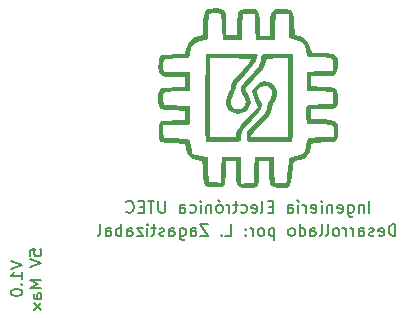
<source format=gbr>
%TF.GenerationSoftware,KiCad,Pcbnew,(6.0.1)*%
%TF.CreationDate,2023-03-02T19:10:53-05:00*%
%TF.ProjectId,PCBFiles_Gateway,50434246-696c-4657-935f-476174657761,rev?*%
%TF.SameCoordinates,Original*%
%TF.FileFunction,Legend,Bot*%
%TF.FilePolarity,Positive*%
%FSLAX46Y46*%
G04 Gerber Fmt 4.6, Leading zero omitted, Abs format (unit mm)*
G04 Created by KiCad (PCBNEW (6.0.1)) date 2023-03-02 19:10:53*
%MOMM*%
%LPD*%
G01*
G04 APERTURE LIST*
%ADD10C,0.150000*%
G04 APERTURE END LIST*
D10*
X128607380Y-107016190D02*
X129607380Y-107349523D01*
X128607380Y-107682857D01*
X129607380Y-108539999D02*
X129607380Y-107968571D01*
X129607380Y-108254285D02*
X128607380Y-108254285D01*
X128750238Y-108159047D01*
X128845476Y-108063809D01*
X128893095Y-107968571D01*
X129512142Y-108968571D02*
X129559761Y-109016190D01*
X129607380Y-108968571D01*
X129559761Y-108920952D01*
X129512142Y-108968571D01*
X129607380Y-108968571D01*
X128607380Y-109635238D02*
X128607380Y-109730476D01*
X128655000Y-109825714D01*
X128702619Y-109873333D01*
X128797857Y-109920952D01*
X128988333Y-109968571D01*
X129226428Y-109968571D01*
X129416904Y-109920952D01*
X129512142Y-109873333D01*
X129559761Y-109825714D01*
X129607380Y-109730476D01*
X129607380Y-109635238D01*
X129559761Y-109539999D01*
X129512142Y-109492380D01*
X129416904Y-109444761D01*
X129226428Y-109397142D01*
X128988333Y-109397142D01*
X128797857Y-109444761D01*
X128702619Y-109492380D01*
X128655000Y-109539999D01*
X128607380Y-109635238D01*
X130217380Y-106540000D02*
X130217380Y-106063809D01*
X130693571Y-106016190D01*
X130645952Y-106063809D01*
X130598333Y-106159047D01*
X130598333Y-106397142D01*
X130645952Y-106492380D01*
X130693571Y-106540000D01*
X130788809Y-106587619D01*
X131026904Y-106587619D01*
X131122142Y-106540000D01*
X131169761Y-106492380D01*
X131217380Y-106397142D01*
X131217380Y-106159047D01*
X131169761Y-106063809D01*
X131122142Y-106016190D01*
X130217380Y-106873333D02*
X131217380Y-107206666D01*
X130217380Y-107540000D01*
X131217380Y-108635238D02*
X130217380Y-108635238D01*
X130931666Y-108968571D01*
X130217380Y-109301904D01*
X131217380Y-109301904D01*
X131217380Y-110206666D02*
X130693571Y-110206666D01*
X130598333Y-110159047D01*
X130550714Y-110063809D01*
X130550714Y-109873333D01*
X130598333Y-109778095D01*
X131169761Y-110206666D02*
X131217380Y-110111428D01*
X131217380Y-109873333D01*
X131169761Y-109778095D01*
X131074523Y-109730476D01*
X130979285Y-109730476D01*
X130884047Y-109778095D01*
X130836428Y-109873333D01*
X130836428Y-110111428D01*
X130788809Y-110206666D01*
X131217380Y-110587619D02*
X130550714Y-111111428D01*
X130550714Y-110587619D02*
X131217380Y-111111428D01*
X161183809Y-104882380D02*
X161183809Y-103882380D01*
X160945714Y-103882380D01*
X160802857Y-103930000D01*
X160707619Y-104025238D01*
X160660000Y-104120476D01*
X160612380Y-104310952D01*
X160612380Y-104453809D01*
X160660000Y-104644285D01*
X160707619Y-104739523D01*
X160802857Y-104834761D01*
X160945714Y-104882380D01*
X161183809Y-104882380D01*
X159802857Y-104834761D02*
X159898095Y-104882380D01*
X160088571Y-104882380D01*
X160183809Y-104834761D01*
X160231428Y-104739523D01*
X160231428Y-104358571D01*
X160183809Y-104263333D01*
X160088571Y-104215714D01*
X159898095Y-104215714D01*
X159802857Y-104263333D01*
X159755238Y-104358571D01*
X159755238Y-104453809D01*
X160231428Y-104549047D01*
X159374285Y-104834761D02*
X159279047Y-104882380D01*
X159088571Y-104882380D01*
X158993333Y-104834761D01*
X158945714Y-104739523D01*
X158945714Y-104691904D01*
X158993333Y-104596666D01*
X159088571Y-104549047D01*
X159231428Y-104549047D01*
X159326666Y-104501428D01*
X159374285Y-104406190D01*
X159374285Y-104358571D01*
X159326666Y-104263333D01*
X159231428Y-104215714D01*
X159088571Y-104215714D01*
X158993333Y-104263333D01*
X158088571Y-104882380D02*
X158088571Y-104358571D01*
X158136190Y-104263333D01*
X158231428Y-104215714D01*
X158421904Y-104215714D01*
X158517142Y-104263333D01*
X158088571Y-104834761D02*
X158183809Y-104882380D01*
X158421904Y-104882380D01*
X158517142Y-104834761D01*
X158564761Y-104739523D01*
X158564761Y-104644285D01*
X158517142Y-104549047D01*
X158421904Y-104501428D01*
X158183809Y-104501428D01*
X158088571Y-104453809D01*
X157612380Y-104882380D02*
X157612380Y-104215714D01*
X157612380Y-104406190D02*
X157564761Y-104310952D01*
X157517142Y-104263333D01*
X157421904Y-104215714D01*
X157326666Y-104215714D01*
X156993333Y-104882380D02*
X156993333Y-104215714D01*
X156993333Y-104406190D02*
X156945714Y-104310952D01*
X156898095Y-104263333D01*
X156802857Y-104215714D01*
X156707619Y-104215714D01*
X156231428Y-104882380D02*
X156326666Y-104834761D01*
X156374285Y-104787142D01*
X156421904Y-104691904D01*
X156421904Y-104406190D01*
X156374285Y-104310952D01*
X156326666Y-104263333D01*
X156231428Y-104215714D01*
X156088571Y-104215714D01*
X155993333Y-104263333D01*
X155945714Y-104310952D01*
X155898095Y-104406190D01*
X155898095Y-104691904D01*
X155945714Y-104787142D01*
X155993333Y-104834761D01*
X156088571Y-104882380D01*
X156231428Y-104882380D01*
X155326666Y-104882380D02*
X155421904Y-104834761D01*
X155469523Y-104739523D01*
X155469523Y-103882380D01*
X154802857Y-104882380D02*
X154898095Y-104834761D01*
X154945714Y-104739523D01*
X154945714Y-103882380D01*
X153993333Y-104882380D02*
X153993333Y-104358571D01*
X154040952Y-104263333D01*
X154136190Y-104215714D01*
X154326666Y-104215714D01*
X154421904Y-104263333D01*
X153993333Y-104834761D02*
X154088571Y-104882380D01*
X154326666Y-104882380D01*
X154421904Y-104834761D01*
X154469523Y-104739523D01*
X154469523Y-104644285D01*
X154421904Y-104549047D01*
X154326666Y-104501428D01*
X154088571Y-104501428D01*
X153993333Y-104453809D01*
X153088571Y-104882380D02*
X153088571Y-103882380D01*
X153088571Y-104834761D02*
X153183809Y-104882380D01*
X153374285Y-104882380D01*
X153469523Y-104834761D01*
X153517142Y-104787142D01*
X153564761Y-104691904D01*
X153564761Y-104406190D01*
X153517142Y-104310952D01*
X153469523Y-104263333D01*
X153374285Y-104215714D01*
X153183809Y-104215714D01*
X153088571Y-104263333D01*
X152469523Y-104882380D02*
X152564761Y-104834761D01*
X152612380Y-104787142D01*
X152660000Y-104691904D01*
X152660000Y-104406190D01*
X152612380Y-104310952D01*
X152564761Y-104263333D01*
X152469523Y-104215714D01*
X152326666Y-104215714D01*
X152231428Y-104263333D01*
X152183809Y-104310952D01*
X152136190Y-104406190D01*
X152136190Y-104691904D01*
X152183809Y-104787142D01*
X152231428Y-104834761D01*
X152326666Y-104882380D01*
X152469523Y-104882380D01*
X150945714Y-104215714D02*
X150945714Y-105215714D01*
X150945714Y-104263333D02*
X150850476Y-104215714D01*
X150660000Y-104215714D01*
X150564761Y-104263333D01*
X150517142Y-104310952D01*
X150469523Y-104406190D01*
X150469523Y-104691904D01*
X150517142Y-104787142D01*
X150564761Y-104834761D01*
X150660000Y-104882380D01*
X150850476Y-104882380D01*
X150945714Y-104834761D01*
X149898095Y-104882380D02*
X149993333Y-104834761D01*
X150040952Y-104787142D01*
X150088571Y-104691904D01*
X150088571Y-104406190D01*
X150040952Y-104310952D01*
X149993333Y-104263333D01*
X149898095Y-104215714D01*
X149755238Y-104215714D01*
X149660000Y-104263333D01*
X149612380Y-104310952D01*
X149564761Y-104406190D01*
X149564761Y-104691904D01*
X149612380Y-104787142D01*
X149660000Y-104834761D01*
X149755238Y-104882380D01*
X149898095Y-104882380D01*
X149136190Y-104882380D02*
X149136190Y-104215714D01*
X149136190Y-104406190D02*
X149088571Y-104310952D01*
X149040952Y-104263333D01*
X148945714Y-104215714D01*
X148850476Y-104215714D01*
X148517142Y-104787142D02*
X148469523Y-104834761D01*
X148517142Y-104882380D01*
X148564761Y-104834761D01*
X148517142Y-104787142D01*
X148517142Y-104882380D01*
X148517142Y-104263333D02*
X148469523Y-104310952D01*
X148517142Y-104358571D01*
X148564761Y-104310952D01*
X148517142Y-104263333D01*
X148517142Y-104358571D01*
X146802857Y-104882380D02*
X147279047Y-104882380D01*
X147279047Y-103882380D01*
X146469523Y-104787142D02*
X146421904Y-104834761D01*
X146469523Y-104882380D01*
X146517142Y-104834761D01*
X146469523Y-104787142D01*
X146469523Y-104882380D01*
X145326666Y-103882380D02*
X144660000Y-103882380D01*
X145326666Y-104882380D01*
X144660000Y-104882380D01*
X143850476Y-104882380D02*
X143850476Y-104358571D01*
X143898095Y-104263333D01*
X143993333Y-104215714D01*
X144183809Y-104215714D01*
X144279047Y-104263333D01*
X143850476Y-104834761D02*
X143945714Y-104882380D01*
X144183809Y-104882380D01*
X144279047Y-104834761D01*
X144326666Y-104739523D01*
X144326666Y-104644285D01*
X144279047Y-104549047D01*
X144183809Y-104501428D01*
X143945714Y-104501428D01*
X143850476Y-104453809D01*
X142945714Y-104215714D02*
X142945714Y-105025238D01*
X142993333Y-105120476D01*
X143040952Y-105168095D01*
X143136190Y-105215714D01*
X143279047Y-105215714D01*
X143374285Y-105168095D01*
X142945714Y-104834761D02*
X143040952Y-104882380D01*
X143231428Y-104882380D01*
X143326666Y-104834761D01*
X143374285Y-104787142D01*
X143421904Y-104691904D01*
X143421904Y-104406190D01*
X143374285Y-104310952D01*
X143326666Y-104263333D01*
X143231428Y-104215714D01*
X143040952Y-104215714D01*
X142945714Y-104263333D01*
X142040952Y-104882380D02*
X142040952Y-104358571D01*
X142088571Y-104263333D01*
X142183809Y-104215714D01*
X142374285Y-104215714D01*
X142469523Y-104263333D01*
X142040952Y-104834761D02*
X142136190Y-104882380D01*
X142374285Y-104882380D01*
X142469523Y-104834761D01*
X142517142Y-104739523D01*
X142517142Y-104644285D01*
X142469523Y-104549047D01*
X142374285Y-104501428D01*
X142136190Y-104501428D01*
X142040952Y-104453809D01*
X141612380Y-104834761D02*
X141517142Y-104882380D01*
X141326666Y-104882380D01*
X141231428Y-104834761D01*
X141183809Y-104739523D01*
X141183809Y-104691904D01*
X141231428Y-104596666D01*
X141326666Y-104549047D01*
X141469523Y-104549047D01*
X141564761Y-104501428D01*
X141612380Y-104406190D01*
X141612380Y-104358571D01*
X141564761Y-104263333D01*
X141469523Y-104215714D01*
X141326666Y-104215714D01*
X141231428Y-104263333D01*
X140898095Y-104215714D02*
X140517142Y-104215714D01*
X140755238Y-103882380D02*
X140755238Y-104739523D01*
X140707619Y-104834761D01*
X140612380Y-104882380D01*
X140517142Y-104882380D01*
X140183809Y-104882380D02*
X140183809Y-104215714D01*
X140183809Y-103882380D02*
X140231428Y-103930000D01*
X140183809Y-103977619D01*
X140136190Y-103930000D01*
X140183809Y-103882380D01*
X140183809Y-103977619D01*
X139802857Y-104215714D02*
X139279047Y-104215714D01*
X139802857Y-104882380D01*
X139279047Y-104882380D01*
X138469523Y-104882380D02*
X138469523Y-104358571D01*
X138517142Y-104263333D01*
X138612380Y-104215714D01*
X138802857Y-104215714D01*
X138898095Y-104263333D01*
X138469523Y-104834761D02*
X138564761Y-104882380D01*
X138802857Y-104882380D01*
X138898095Y-104834761D01*
X138945714Y-104739523D01*
X138945714Y-104644285D01*
X138898095Y-104549047D01*
X138802857Y-104501428D01*
X138564761Y-104501428D01*
X138469523Y-104453809D01*
X137993333Y-104882380D02*
X137993333Y-103882380D01*
X137993333Y-104263333D02*
X137898095Y-104215714D01*
X137707619Y-104215714D01*
X137612380Y-104263333D01*
X137564761Y-104310952D01*
X137517142Y-104406190D01*
X137517142Y-104691904D01*
X137564761Y-104787142D01*
X137612380Y-104834761D01*
X137707619Y-104882380D01*
X137898095Y-104882380D01*
X137993333Y-104834761D01*
X136660000Y-104882380D02*
X136660000Y-104358571D01*
X136707619Y-104263333D01*
X136802857Y-104215714D01*
X136993333Y-104215714D01*
X137088571Y-104263333D01*
X136660000Y-104834761D02*
X136755238Y-104882380D01*
X136993333Y-104882380D01*
X137088571Y-104834761D01*
X137136190Y-104739523D01*
X137136190Y-104644285D01*
X137088571Y-104549047D01*
X136993333Y-104501428D01*
X136755238Y-104501428D01*
X136660000Y-104453809D01*
X136040952Y-104882380D02*
X136136190Y-104834761D01*
X136183809Y-104739523D01*
X136183809Y-103882380D01*
X158981904Y-102912380D02*
X158981904Y-101912380D01*
X158505714Y-102245714D02*
X158505714Y-102912380D01*
X158505714Y-102340952D02*
X158458095Y-102293333D01*
X158362857Y-102245714D01*
X158220000Y-102245714D01*
X158124761Y-102293333D01*
X158077142Y-102388571D01*
X158077142Y-102912380D01*
X157172380Y-102245714D02*
X157172380Y-103055238D01*
X157220000Y-103150476D01*
X157267619Y-103198095D01*
X157362857Y-103245714D01*
X157505714Y-103245714D01*
X157600952Y-103198095D01*
X157172380Y-102864761D02*
X157267619Y-102912380D01*
X157458095Y-102912380D01*
X157553333Y-102864761D01*
X157600952Y-102817142D01*
X157648571Y-102721904D01*
X157648571Y-102436190D01*
X157600952Y-102340952D01*
X157553333Y-102293333D01*
X157458095Y-102245714D01*
X157267619Y-102245714D01*
X157172380Y-102293333D01*
X156315238Y-102864761D02*
X156410476Y-102912380D01*
X156600952Y-102912380D01*
X156696190Y-102864761D01*
X156743809Y-102769523D01*
X156743809Y-102388571D01*
X156696190Y-102293333D01*
X156600952Y-102245714D01*
X156410476Y-102245714D01*
X156315238Y-102293333D01*
X156267619Y-102388571D01*
X156267619Y-102483809D01*
X156743809Y-102579047D01*
X155839047Y-102245714D02*
X155839047Y-102912380D01*
X155839047Y-102340952D02*
X155791428Y-102293333D01*
X155696190Y-102245714D01*
X155553333Y-102245714D01*
X155458095Y-102293333D01*
X155410476Y-102388571D01*
X155410476Y-102912380D01*
X154934285Y-102912380D02*
X154934285Y-102245714D01*
X154934285Y-101912380D02*
X154981904Y-101960000D01*
X154934285Y-102007619D01*
X154886666Y-101960000D01*
X154934285Y-101912380D01*
X154934285Y-102007619D01*
X154077142Y-102864761D02*
X154172380Y-102912380D01*
X154362857Y-102912380D01*
X154458095Y-102864761D01*
X154505714Y-102769523D01*
X154505714Y-102388571D01*
X154458095Y-102293333D01*
X154362857Y-102245714D01*
X154172380Y-102245714D01*
X154077142Y-102293333D01*
X154029523Y-102388571D01*
X154029523Y-102483809D01*
X154505714Y-102579047D01*
X153600952Y-102912380D02*
X153600952Y-102245714D01*
X153600952Y-102436190D02*
X153553333Y-102340952D01*
X153505714Y-102293333D01*
X153410476Y-102245714D01*
X153315238Y-102245714D01*
X152981904Y-102912380D02*
X152981904Y-102245714D01*
X152886666Y-101864761D02*
X153029523Y-102007619D01*
X152077142Y-102912380D02*
X152077142Y-102388571D01*
X152124761Y-102293333D01*
X152220000Y-102245714D01*
X152410476Y-102245714D01*
X152505714Y-102293333D01*
X152077142Y-102864761D02*
X152172380Y-102912380D01*
X152410476Y-102912380D01*
X152505714Y-102864761D01*
X152553333Y-102769523D01*
X152553333Y-102674285D01*
X152505714Y-102579047D01*
X152410476Y-102531428D01*
X152172380Y-102531428D01*
X152077142Y-102483809D01*
X150839047Y-102388571D02*
X150505714Y-102388571D01*
X150362857Y-102912380D02*
X150839047Y-102912380D01*
X150839047Y-101912380D01*
X150362857Y-101912380D01*
X149791428Y-102912380D02*
X149886666Y-102864761D01*
X149934285Y-102769523D01*
X149934285Y-101912380D01*
X149029523Y-102864761D02*
X149124761Y-102912380D01*
X149315238Y-102912380D01*
X149410476Y-102864761D01*
X149458095Y-102769523D01*
X149458095Y-102388571D01*
X149410476Y-102293333D01*
X149315238Y-102245714D01*
X149124761Y-102245714D01*
X149029523Y-102293333D01*
X148981904Y-102388571D01*
X148981904Y-102483809D01*
X149458095Y-102579047D01*
X148124761Y-102864761D02*
X148220000Y-102912380D01*
X148410476Y-102912380D01*
X148505714Y-102864761D01*
X148553333Y-102817142D01*
X148600952Y-102721904D01*
X148600952Y-102436190D01*
X148553333Y-102340952D01*
X148505714Y-102293333D01*
X148410476Y-102245714D01*
X148220000Y-102245714D01*
X148124761Y-102293333D01*
X147839047Y-102245714D02*
X147458095Y-102245714D01*
X147696190Y-101912380D02*
X147696190Y-102769523D01*
X147648571Y-102864761D01*
X147553333Y-102912380D01*
X147458095Y-102912380D01*
X147124761Y-102912380D02*
X147124761Y-102245714D01*
X147124761Y-102436190D02*
X147077142Y-102340952D01*
X147029523Y-102293333D01*
X146934285Y-102245714D01*
X146839047Y-102245714D01*
X146362857Y-102912380D02*
X146458095Y-102864761D01*
X146505714Y-102817142D01*
X146553333Y-102721904D01*
X146553333Y-102436190D01*
X146505714Y-102340952D01*
X146458095Y-102293333D01*
X146362857Y-102245714D01*
X146220000Y-102245714D01*
X146124761Y-102293333D01*
X146077142Y-102340952D01*
X146029523Y-102436190D01*
X146029523Y-102721904D01*
X146077142Y-102817142D01*
X146124761Y-102864761D01*
X146220000Y-102912380D01*
X146362857Y-102912380D01*
X146172380Y-101864761D02*
X146315238Y-102007619D01*
X145600952Y-102245714D02*
X145600952Y-102912380D01*
X145600952Y-102340952D02*
X145553333Y-102293333D01*
X145458095Y-102245714D01*
X145315238Y-102245714D01*
X145220000Y-102293333D01*
X145172380Y-102388571D01*
X145172380Y-102912380D01*
X144696190Y-102912380D02*
X144696190Y-102245714D01*
X144696190Y-101912380D02*
X144743809Y-101960000D01*
X144696190Y-102007619D01*
X144648571Y-101960000D01*
X144696190Y-101912380D01*
X144696190Y-102007619D01*
X143791428Y-102864761D02*
X143886666Y-102912380D01*
X144077142Y-102912380D01*
X144172380Y-102864761D01*
X144220000Y-102817142D01*
X144267619Y-102721904D01*
X144267619Y-102436190D01*
X144220000Y-102340952D01*
X144172380Y-102293333D01*
X144077142Y-102245714D01*
X143886666Y-102245714D01*
X143791428Y-102293333D01*
X142934285Y-102912380D02*
X142934285Y-102388571D01*
X142981904Y-102293333D01*
X143077142Y-102245714D01*
X143267619Y-102245714D01*
X143362857Y-102293333D01*
X142934285Y-102864761D02*
X143029523Y-102912380D01*
X143267619Y-102912380D01*
X143362857Y-102864761D01*
X143410476Y-102769523D01*
X143410476Y-102674285D01*
X143362857Y-102579047D01*
X143267619Y-102531428D01*
X143029523Y-102531428D01*
X142934285Y-102483809D01*
X141696190Y-101912380D02*
X141696190Y-102721904D01*
X141648571Y-102817142D01*
X141600952Y-102864761D01*
X141505714Y-102912380D01*
X141315238Y-102912380D01*
X141220000Y-102864761D01*
X141172380Y-102817142D01*
X141124761Y-102721904D01*
X141124761Y-101912380D01*
X140791428Y-101912380D02*
X140220000Y-101912380D01*
X140505714Y-102912380D02*
X140505714Y-101912380D01*
X139886666Y-102388571D02*
X139553333Y-102388571D01*
X139410476Y-102912380D02*
X139886666Y-102912380D01*
X139886666Y-101912380D01*
X139410476Y-101912380D01*
X138410476Y-102817142D02*
X138458095Y-102864761D01*
X138600952Y-102912380D01*
X138696190Y-102912380D01*
X138839047Y-102864761D01*
X138934285Y-102769523D01*
X138981904Y-102674285D01*
X139029523Y-102483809D01*
X139029523Y-102340952D01*
X138981904Y-102150476D01*
X138934285Y-102055238D01*
X138839047Y-101960000D01*
X138696190Y-101912380D01*
X138600952Y-101912380D01*
X138458095Y-101960000D01*
X138410476Y-102007619D01*
%TO.C,G\u002A\u002A\u002A*%
G36*
X152444274Y-96843641D02*
G01*
X152417622Y-96894977D01*
X152358837Y-96908903D01*
X152149646Y-96927109D01*
X151823340Y-96941815D01*
X151411293Y-96952858D01*
X150944883Y-96960076D01*
X150455483Y-96963307D01*
X149974470Y-96962386D01*
X149533220Y-96957152D01*
X149163108Y-96947442D01*
X148895511Y-96933093D01*
X148761802Y-96913941D01*
X148706777Y-96875756D01*
X148646114Y-96723511D01*
X148627877Y-96437074D01*
X148627877Y-96011597D01*
X149474544Y-95166704D01*
X149625859Y-95014991D01*
X149924926Y-94706565D01*
X150125718Y-94479765D01*
X150246510Y-94310431D01*
X150305582Y-94174402D01*
X150321211Y-94047516D01*
X150332706Y-93936933D01*
X150408889Y-93660657D01*
X150532877Y-93375130D01*
X150553881Y-93334881D01*
X150710513Y-92928456D01*
X150720641Y-92605063D01*
X150583746Y-92362086D01*
X150299309Y-92196911D01*
X150270851Y-92188693D01*
X150038077Y-92199021D01*
X149784128Y-92299527D01*
X149589970Y-92460162D01*
X149489862Y-92685056D01*
X149519849Y-92949375D01*
X149684002Y-93282333D01*
X149780609Y-93447899D01*
X149881163Y-93680656D01*
X149904415Y-93893409D01*
X149840657Y-94112817D01*
X149680181Y-94365541D01*
X149413277Y-94678243D01*
X149030236Y-95077584D01*
X148861299Y-95249521D01*
X148572441Y-95548367D01*
X148376411Y-95766121D01*
X148255019Y-95929501D01*
X148190076Y-96065226D01*
X148163392Y-96200013D01*
X148156777Y-96360582D01*
X148152263Y-96483312D01*
X148126858Y-96722521D01*
X148088088Y-96863606D01*
X148048177Y-96883762D01*
X147865010Y-96914052D01*
X147567113Y-96937952D01*
X147189098Y-96955088D01*
X146765578Y-96965087D01*
X146331163Y-96967577D01*
X145920466Y-96962183D01*
X145568098Y-96948534D01*
X145308672Y-96926256D01*
X145176800Y-96894977D01*
X145160590Y-96873219D01*
X145136925Y-96780214D01*
X145118146Y-96605963D01*
X145114763Y-96542000D01*
X145495211Y-96542000D01*
X146595877Y-96542000D01*
X147026517Y-96540789D01*
X147339761Y-96534223D01*
X147536372Y-96518078D01*
X147643365Y-96488132D01*
X147687752Y-96440163D01*
X147696544Y-96369947D01*
X147706077Y-96249689D01*
X147798651Y-95960774D01*
X147998635Y-95626568D01*
X148316973Y-95230534D01*
X148764608Y-94756137D01*
X149571860Y-93943940D01*
X149301187Y-93427571D01*
X149269081Y-93365011D01*
X149107724Y-92959230D01*
X149080019Y-92627028D01*
X149189019Y-92337847D01*
X149437780Y-92061134D01*
X149662142Y-91908516D01*
X150031173Y-91796299D01*
X150404529Y-91817876D01*
X150740703Y-91968408D01*
X150998189Y-92243056D01*
X151143294Y-92619264D01*
X151133223Y-93032462D01*
X150958419Y-93451667D01*
X150902925Y-93548574D01*
X150792370Y-93794968D01*
X150747187Y-93983553D01*
X150731346Y-94141487D01*
X150639404Y-94411163D01*
X150452758Y-94712106D01*
X150156739Y-95066266D01*
X149736676Y-95495595D01*
X149706899Y-95524704D01*
X149418252Y-95819026D01*
X149182950Y-96080282D01*
X149024521Y-96281032D01*
X148966496Y-96393833D01*
X148973828Y-96436732D01*
X149015740Y-96477728D01*
X149114950Y-96506518D01*
X149293863Y-96525220D01*
X149574885Y-96535955D01*
X149980421Y-96540842D01*
X150532877Y-96542000D01*
X152099211Y-96542000D01*
X152099211Y-89853333D01*
X151167877Y-89853333D01*
X150978862Y-89853569D01*
X150633468Y-89857859D01*
X150415850Y-89871772D01*
X150296696Y-89900721D01*
X150246697Y-89950120D01*
X150236544Y-90025386D01*
X150233422Y-90092986D01*
X150156149Y-90384296D01*
X149967642Y-90721786D01*
X149657793Y-91121037D01*
X149216493Y-91597631D01*
X149176427Y-91638585D01*
X148896166Y-91930906D01*
X148668071Y-92178780D01*
X148514683Y-92357131D01*
X148458544Y-92440878D01*
X148470945Y-92481375D01*
X148554692Y-92636483D01*
X148691377Y-92847210D01*
X148692618Y-92849002D01*
X148884543Y-93246947D01*
X148926480Y-93640661D01*
X148826572Y-94000698D01*
X148592960Y-94297614D01*
X148233788Y-94501964D01*
X147863568Y-94575966D01*
X147520831Y-94504786D01*
X147182663Y-94275390D01*
X147027708Y-94104370D01*
X146877381Y-93756189D01*
X146884883Y-93354616D01*
X147050861Y-92906353D01*
X147134913Y-92729382D01*
X147234414Y-92460221D01*
X147273211Y-92263687D01*
X147275950Y-92197965D01*
X147358136Y-91900832D01*
X147565163Y-91578678D01*
X147911234Y-91208000D01*
X148042275Y-91078577D01*
X148303664Y-90801433D01*
X148553541Y-90515651D01*
X148765150Y-90253624D01*
X148911736Y-90047742D01*
X148966544Y-89930397D01*
X148964590Y-89926538D01*
X148859836Y-89902842D01*
X148611638Y-89882677D01*
X148242445Y-89867039D01*
X147774708Y-89856926D01*
X147230877Y-89853333D01*
X145495211Y-89853333D01*
X145495211Y-96542000D01*
X145114763Y-96542000D01*
X145103967Y-96337884D01*
X145094105Y-95963398D01*
X145088275Y-95469924D01*
X145086192Y-94844882D01*
X145087573Y-94075692D01*
X145092133Y-93149773D01*
X145114211Y-89472333D01*
X147296485Y-89449733D01*
X147418936Y-89448497D01*
X148073069Y-89443535D01*
X148579099Y-89443593D01*
X148955228Y-89449466D01*
X149219656Y-89461948D01*
X149390586Y-89481834D01*
X149486218Y-89509918D01*
X149524754Y-89546995D01*
X149532549Y-89576700D01*
X149498877Y-89782666D01*
X149357680Y-90076638D01*
X149123051Y-90436496D01*
X148809086Y-90840118D01*
X148429880Y-91265384D01*
X148420824Y-91274923D01*
X148113961Y-91605081D01*
X147906520Y-91850176D01*
X147776828Y-92042162D01*
X147703211Y-92212996D01*
X147663998Y-92394633D01*
X147649417Y-92475743D01*
X147559797Y-92781131D01*
X147440893Y-93029633D01*
X147305741Y-93335483D01*
X147290035Y-93647792D01*
X147390701Y-93914926D01*
X147593874Y-94101301D01*
X147885691Y-94171333D01*
X148037912Y-94144810D01*
X148282172Y-94005844D01*
X148468836Y-93792741D01*
X148543211Y-93556631D01*
X148539395Y-93513849D01*
X148466941Y-93300540D01*
X148331544Y-93070667D01*
X148202028Y-92847960D01*
X148119877Y-92450146D01*
X148122445Y-92362659D01*
X148147488Y-92224296D01*
X148215394Y-92082001D01*
X148345653Y-91907098D01*
X148557755Y-91670910D01*
X148871193Y-91344762D01*
X149230434Y-90970202D01*
X149486698Y-90684647D01*
X149655708Y-90463521D01*
X149754992Y-90280393D01*
X149802082Y-90108830D01*
X149814507Y-89922399D01*
X149819822Y-89744204D01*
X149850043Y-89610827D01*
X149929206Y-89521948D01*
X150081379Y-89469438D01*
X150330632Y-89445166D01*
X150701035Y-89441002D01*
X151216659Y-89448819D01*
X152480211Y-89472333D01*
X152502289Y-93149773D01*
X152505324Y-93710792D01*
X152508060Y-94543564D01*
X152507451Y-95226961D01*
X152503212Y-95773564D01*
X152495060Y-96195954D01*
X152482709Y-96506709D01*
X152479903Y-96542000D01*
X152465875Y-96718412D01*
X152444274Y-96843641D01*
G37*
G36*
X156352703Y-96241865D02*
G01*
X156333695Y-96513950D01*
X156271022Y-96702629D01*
X156139554Y-96825004D01*
X155914159Y-96898178D01*
X155569706Y-96939254D01*
X155081064Y-96965333D01*
X154702774Y-96982282D01*
X154404983Y-97001443D01*
X154221642Y-97027424D01*
X154123583Y-97067531D01*
X154081638Y-97129066D01*
X154066639Y-97219333D01*
X154052676Y-97334413D01*
X153939107Y-97801430D01*
X153739296Y-98133409D01*
X153439989Y-98346121D01*
X153027932Y-98455338D01*
X152962845Y-98463992D01*
X152792044Y-98494607D01*
X152675521Y-98550727D01*
X152599539Y-98660995D01*
X152550362Y-98854052D01*
X152514253Y-99158543D01*
X152477476Y-99603111D01*
X152451024Y-99887364D01*
X152390645Y-100277737D01*
X152304572Y-100540408D01*
X152182435Y-100701893D01*
X152013867Y-100788707D01*
X151882533Y-100810849D01*
X151608281Y-100822511D01*
X151294877Y-100810042D01*
X151260134Y-100807113D01*
X150957128Y-100767268D01*
X150745731Y-100691425D01*
X150609659Y-100552977D01*
X150532628Y-100325320D01*
X150498351Y-99981847D01*
X150490544Y-99495953D01*
X150490544Y-98574000D01*
X149643877Y-98574000D01*
X149643877Y-99509182D01*
X149643652Y-99678295D01*
X149638671Y-100038837D01*
X149622063Y-100279970D01*
X149587186Y-100438220D01*
X149527398Y-100550115D01*
X149436059Y-100652182D01*
X149346497Y-100732821D01*
X149197736Y-100813478D01*
X148990736Y-100850870D01*
X148670211Y-100860000D01*
X148450356Y-100856677D01*
X148208415Y-100831314D01*
X148044846Y-100768150D01*
X147904362Y-100652182D01*
X147866832Y-100613636D01*
X147787818Y-100512209D01*
X147737924Y-100387577D01*
X147710508Y-100203214D01*
X147698928Y-99922591D01*
X147696544Y-99509182D01*
X147696544Y-98574000D01*
X146864449Y-98574000D01*
X146835997Y-99554655D01*
X146828534Y-99791411D01*
X146803944Y-100199264D01*
X146750534Y-100475263D01*
X146646904Y-100645139D01*
X146471652Y-100734623D01*
X146203376Y-100769444D01*
X145820674Y-100775333D01*
X145616115Y-100773427D01*
X145349139Y-100751110D01*
X145164559Y-100683393D01*
X145045070Y-100545501D01*
X144973368Y-100312655D01*
X144932148Y-99960081D01*
X144904106Y-99463000D01*
X144890168Y-99176781D01*
X144870055Y-98865440D01*
X144843915Y-98673177D01*
X144803669Y-98569850D01*
X144741238Y-98525315D01*
X144648544Y-98509428D01*
X144438312Y-98481484D01*
X144040615Y-98371005D01*
X143766328Y-98178372D01*
X143587651Y-97878349D01*
X143476784Y-97445698D01*
X143416730Y-97092333D01*
X142434353Y-97047817D01*
X142160441Y-97032441D01*
X141757172Y-96995869D01*
X141469907Y-96949914D01*
X141325305Y-96898173D01*
X141272896Y-96835197D01*
X141188672Y-96605405D01*
X141145108Y-96290150D01*
X141141242Y-95939622D01*
X141176114Y-95604014D01*
X141197067Y-95526000D01*
X141507797Y-95526000D01*
X141533004Y-96055167D01*
X141558211Y-96584333D01*
X142657914Y-96626667D01*
X143015381Y-96641380D01*
X143355227Y-96660735D01*
X143574206Y-96684929D01*
X143699782Y-96719141D01*
X143759419Y-96768550D01*
X143780581Y-96838333D01*
X143786390Y-96880117D01*
X143852120Y-97260820D01*
X143930675Y-97594020D01*
X144011188Y-97839492D01*
X144082793Y-97957015D01*
X144198092Y-97998390D01*
X144434613Y-98055070D01*
X144733211Y-98111133D01*
X145283544Y-98202015D01*
X145325877Y-99255841D01*
X145368211Y-100309667D01*
X145894818Y-100334807D01*
X146421426Y-100359947D01*
X146445152Y-99276473D01*
X146468877Y-98193000D01*
X148077544Y-98193000D01*
X148124848Y-100444618D01*
X148651529Y-100419475D01*
X149178211Y-100394333D01*
X149220544Y-99293667D01*
X149262877Y-98193000D01*
X150871544Y-98193000D01*
X150913877Y-99293667D01*
X150956211Y-100394333D01*
X151444068Y-100419756D01*
X151661934Y-100425131D01*
X151879332Y-100401248D01*
X151964931Y-100335089D01*
X151979906Y-100258297D01*
X152012386Y-100035635D01*
X152053617Y-99714655D01*
X152098179Y-99336000D01*
X152129415Y-99059277D01*
X152168495Y-98713970D01*
X152198056Y-98453853D01*
X152213386Y-98320468D01*
X152243635Y-98266911D01*
X152421997Y-98178014D01*
X152764150Y-98098074D01*
X153023962Y-98039467D01*
X153281957Y-97953896D01*
X153432456Y-97869707D01*
X153510078Y-97729083D01*
X153592690Y-97472846D01*
X153659316Y-97160768D01*
X153753671Y-96584333D01*
X154852608Y-96542000D01*
X155951544Y-96499667D01*
X155978602Y-96169071D01*
X155994503Y-95960346D01*
X155994193Y-95742719D01*
X155945778Y-95596525D01*
X155825022Y-95506590D01*
X155607694Y-95457743D01*
X155269557Y-95434809D01*
X154786379Y-95422617D01*
X153665544Y-95399000D01*
X153640821Y-94692294D01*
X153638001Y-94332188D01*
X153662307Y-94026251D01*
X153714688Y-93866794D01*
X153734073Y-93848279D01*
X153847781Y-93800666D01*
X154058118Y-93769745D01*
X154389235Y-93753021D01*
X154865285Y-93748000D01*
X155917291Y-93748000D01*
X155892084Y-93218833D01*
X155866877Y-92689667D01*
X154766211Y-92647333D01*
X153665544Y-92605000D01*
X153665544Y-90996333D01*
X154766211Y-90954000D01*
X155866877Y-90911667D01*
X155892016Y-90385110D01*
X155901437Y-90164181D01*
X155890024Y-89995534D01*
X155832388Y-89883362D01*
X155703933Y-89815059D01*
X155480063Y-89778015D01*
X155136180Y-89759622D01*
X154647688Y-89747272D01*
X153767165Y-89726333D01*
X153623274Y-89200042D01*
X153606649Y-89139966D01*
X153495350Y-88793412D01*
X153381608Y-88574005D01*
X153240783Y-88446408D01*
X153048238Y-88375283D01*
X153031878Y-88371321D01*
X152781396Y-88308827D01*
X152503963Y-88237408D01*
X152189048Y-88154865D01*
X152141544Y-86085667D01*
X151040877Y-86085667D01*
X150998544Y-87186333D01*
X150956211Y-88287000D01*
X149347544Y-88287000D01*
X149305211Y-87186333D01*
X149262877Y-86085667D01*
X148246877Y-86085667D01*
X148204544Y-87186333D01*
X148162211Y-88287000D01*
X146553544Y-88287000D01*
X146502139Y-87186333D01*
X146498359Y-87106069D01*
X146478532Y-86705774D01*
X146460759Y-86379178D01*
X146446855Y-86158102D01*
X146438639Y-86074370D01*
X146378608Y-86048166D01*
X146184925Y-86020561D01*
X145932660Y-86015336D01*
X145690198Y-86035997D01*
X145368211Y-86088130D01*
X145325877Y-87138399D01*
X145283544Y-88188668D01*
X145029544Y-88264481D01*
X144615896Y-88392708D01*
X144317700Y-88510488D01*
X144118869Y-88644089D01*
X143987001Y-88824646D01*
X143889694Y-89083293D01*
X143794543Y-89451167D01*
X143697108Y-89853333D01*
X142708093Y-89853333D01*
X142552877Y-89854018D01*
X142075622Y-89868702D01*
X141763254Y-89902393D01*
X141617477Y-89954933D01*
X141571735Y-90036361D01*
X141527551Y-90258862D01*
X141520447Y-90530863D01*
X141550423Y-90780789D01*
X141617477Y-90937067D01*
X141651342Y-90958332D01*
X141855074Y-91003049D01*
X142224301Y-91029784D01*
X142760477Y-91038667D01*
X143801877Y-91038667D01*
X143801877Y-92647333D01*
X142849377Y-92648489D01*
X142346607Y-92650464D01*
X141987354Y-92662540D01*
X141749552Y-92696076D01*
X141609223Y-92762432D01*
X141542387Y-92872968D01*
X141525068Y-93039046D01*
X141533286Y-93272024D01*
X141558211Y-93790333D01*
X143801877Y-93837581D01*
X143801877Y-94630399D01*
X143801766Y-94701785D01*
X143794789Y-95063790D01*
X143773440Y-95292589D01*
X143732802Y-95419192D01*
X143667953Y-95474608D01*
X143542105Y-95494001D01*
X143282069Y-95510619D01*
X142928740Y-95521865D01*
X142520913Y-95526000D01*
X141507797Y-95526000D01*
X141197067Y-95526000D01*
X141248763Y-95333516D01*
X141358227Y-95178321D01*
X141456451Y-95153087D01*
X141696280Y-95127999D01*
X142032632Y-95110708D01*
X142426044Y-95103963D01*
X143378544Y-95102667D01*
X143378544Y-94277308D01*
X142392605Y-94239569D01*
X142230638Y-94233140D01*
X141852632Y-94213671D01*
X141599056Y-94188207D01*
X141436380Y-94149949D01*
X141331073Y-94092102D01*
X141249605Y-94007869D01*
X141170063Y-93867529D01*
X141097325Y-93564476D01*
X141086290Y-93209789D01*
X141132656Y-92857222D01*
X141232121Y-92560528D01*
X141380386Y-92373463D01*
X141472324Y-92351779D01*
X141704799Y-92330470D01*
X142035485Y-92315755D01*
X142426044Y-92309963D01*
X143378544Y-92308667D01*
X143378292Y-91419667D01*
X142455816Y-91419667D01*
X142128231Y-91416042D01*
X141738959Y-91390036D01*
X141473442Y-91327666D01*
X141304309Y-91215798D01*
X141204191Y-91041299D01*
X141145716Y-90791035D01*
X141129494Y-90613444D01*
X141140642Y-90294806D01*
X141189021Y-89981649D01*
X141264956Y-89728526D01*
X141358768Y-89589987D01*
X141452018Y-89565499D01*
X141688321Y-89540218D01*
X142021639Y-89522773D01*
X142412163Y-89515963D01*
X143350782Y-89514666D01*
X143489395Y-89016101D01*
X143538076Y-88861715D01*
X143756153Y-88447286D01*
X144076698Y-88159961D01*
X144516164Y-87983189D01*
X144877378Y-87892234D01*
X144929672Y-86904284D01*
X144941637Y-86691886D01*
X144978672Y-86260270D01*
X145040753Y-85963151D01*
X145147300Y-85775548D01*
X145317732Y-85672477D01*
X145571467Y-85628955D01*
X145927924Y-85620000D01*
X146081548Y-85621192D01*
X146388397Y-85642593D01*
X146600663Y-85710010D01*
X146735644Y-85848067D01*
X146810640Y-86081390D01*
X146842951Y-86434604D01*
X146849877Y-86932333D01*
X146849877Y-87906000D01*
X147766639Y-87906000D01*
X147795092Y-86935132D01*
X147803213Y-86686601D01*
X147829396Y-86268800D01*
X147883255Y-85983381D01*
X147983760Y-85805184D01*
X148149885Y-85709050D01*
X148400600Y-85669819D01*
X148754877Y-85662333D01*
X148981908Y-85664326D01*
X149267602Y-85686876D01*
X149463761Y-85754926D01*
X149588457Y-85893243D01*
X149659759Y-86126594D01*
X149695739Y-86479743D01*
X149714468Y-86977457D01*
X149742726Y-87990667D01*
X150575211Y-87990667D01*
X150575211Y-87141280D01*
X150575996Y-86994592D01*
X150597683Y-86491294D01*
X150655164Y-86127941D01*
X150756589Y-85882483D01*
X150910109Y-85732873D01*
X151123874Y-85657060D01*
X151245138Y-85639081D01*
X151592519Y-85625590D01*
X151940676Y-85654861D01*
X152233394Y-85720046D01*
X152414458Y-85814294D01*
X152470223Y-85903325D01*
X152524626Y-86103255D01*
X152566058Y-86424322D01*
X152598636Y-86890592D01*
X152649544Y-87833621D01*
X153113449Y-87990369D01*
X153309188Y-88064129D01*
X153626185Y-88249287D01*
X153831667Y-88503263D01*
X153964952Y-88866515D01*
X153985869Y-88947495D01*
X154048158Y-89179631D01*
X154090400Y-89324167D01*
X154138078Y-89365086D01*
X154305084Y-89402398D01*
X154606633Y-89423412D01*
X155059887Y-89430000D01*
X155086066Y-89430006D01*
X155495952Y-89433531D01*
X155773971Y-89447417D01*
X155955642Y-89477355D01*
X156076485Y-89529033D01*
X156172020Y-89608142D01*
X156176632Y-89612779D01*
X156266827Y-89726379D01*
X156314854Y-89867800D01*
X156329132Y-90083933D01*
X156318077Y-90421664D01*
X156310564Y-90554007D01*
X156273971Y-90881414D01*
X156196814Y-91108479D01*
X156053390Y-91253403D01*
X155817998Y-91334387D01*
X155464934Y-91369630D01*
X154968498Y-91377333D01*
X154046544Y-91377333D01*
X154046544Y-92209428D01*
X155027867Y-92237881D01*
X155217268Y-92244059D01*
X155660945Y-92272209D01*
X155968576Y-92330592D01*
X156164855Y-92438355D01*
X156274479Y-92614643D01*
X156322144Y-92878602D01*
X156332544Y-93249380D01*
X156331352Y-93403003D01*
X156309951Y-93709853D01*
X156242534Y-93922118D01*
X156104477Y-94057099D01*
X155871154Y-94132096D01*
X155517940Y-94164407D01*
X155020211Y-94171333D01*
X154046544Y-94171333D01*
X154046544Y-95018000D01*
X154880577Y-95018000D01*
X155136040Y-95020837D01*
X155626033Y-95051308D01*
X155972273Y-95118466D01*
X156190720Y-95226378D01*
X156297335Y-95379112D01*
X156322714Y-95517531D01*
X156345094Y-95784727D01*
X156349905Y-95960346D01*
X156353711Y-96099261D01*
X156352703Y-96241865D01*
G37*
%TD*%
M02*

</source>
